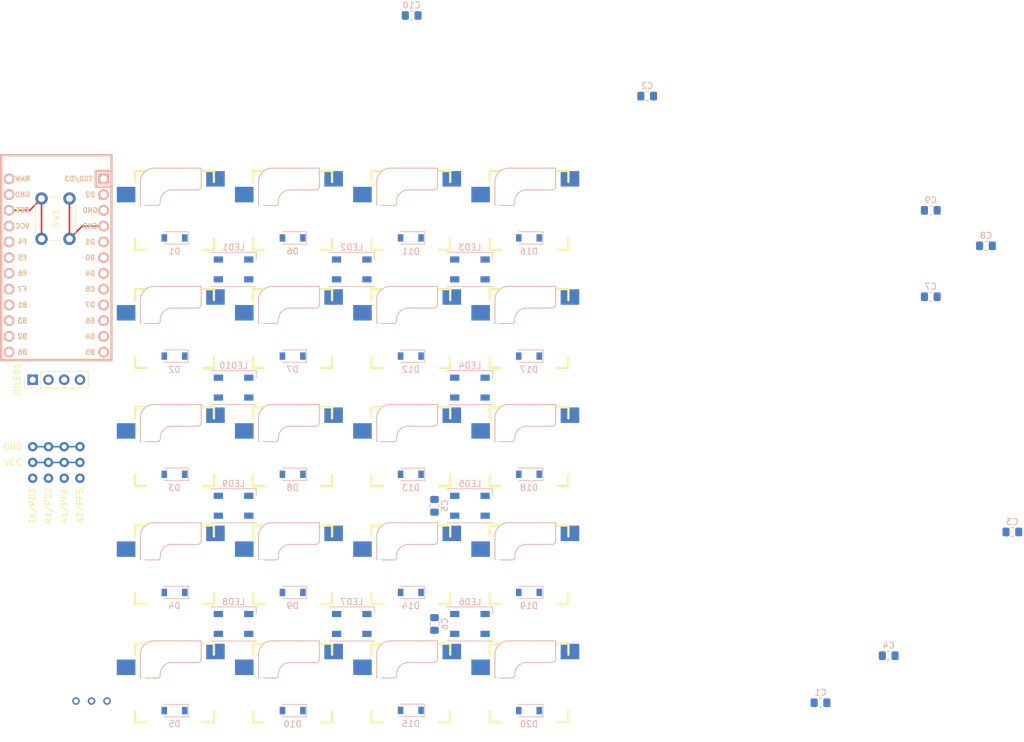
<source format=kicad_pcb>
(kicad_pcb (version 20171130) (host pcbnew 5.1.6)
  (layers (0 F.Cu signal) (31 B.Cu signal) (34 B.Paste user) (35 F.Paste user) (36 B.SilkS user) (37 F.SilkS user hide) (38 B.Mask user) (39 F.Mask user) (44 Edge.Cuts user))
  (net 0 "")
  (net 1 GND)
  (net 2 VCC)
  (net 3 "Net-(D1-Pad2)")
  (net 4 "Net-(D2-Pad2)")
  (net 5 "Net-(D3-Pad2)")
  (net 6 "Net-(D4-Pad2)")
  (net 7 "Net-(D5-Pad2)")
  (net 8 "Net-(D6-Pad2)")
  (net 9 "Net-(D7-Pad2)")
  (net 10 "Net-(D8-Pad2)")
  (net 11 "Net-(D9-Pad2)")
  (net 12 "Net-(D10-Pad2)")
  (net 13 "Net-(D11-Pad2)")
  (net 14 "Net-(D12-Pad2)")
  (net 15 "Net-(D13-Pad2)")
  (net 16 "Net-(D14-Pad2)")
  (net 17 "Net-(D15-Pad2)")
  (net 18 "Net-(D16-Pad2)")
  (net 19 ROW0)
  (net 20 "Net-(D17-Pad2)")
  (net 21 ROW1)
  (net 22 "Net-(D18-Pad2)")
  (net 23 ROW2)
  (net 24 "Net-(D19-Pad2)")
  (net 25 ROW3)
  (net 26 "Net-(D20-Pad2)")
  (net 27 ROW4)
  (net 28 SDA)
  (net 29 SCL)
  (net 30 COL0)
  (net 31 COL1)
  (net 32 COL2)
  (net 33 "Net-(K16-Pad1)")
  (net 34 COL3)
  (net 35 "Net-(LED1-Pad2)")
  (net 36 LEDs)
  (net 37 "Net-(LED2-Pad2)")
  (net 38 "Net-(LED3-Pad2)")
  (net 39 "Net-(LED4-Pad2)")
  (net 40 "Net-(LED5-Pad2)")
  (net 41 "Net-(LED6-Pad2)")
  (net 42 "Net-(LED7-Pad2)")
  (net 43 "Net-(LED8-Pad2)")
  (net 44 RST)
  (net 45 PF7)
  (net 46 "Net-(U1-Pad24)")
  (net 47 TX)
  (net 48 RX)
  (net 49 IR)
  (net 50 A1)
  (net 51 A2)
  (net 52 "Net-(LED10-Pad4)")
  (net 53 "Net-(LED10-Pad2)")
  (module IR-Sensor:TSOP-382 (layer F.Cu) (at 100.965 139.065)
    (fp_text reference U2 (at 0 0) (layer F.SilkS) (effects (font (size 0.787402 0.787402) (thickness 0.015))))
    (fp_text value IR-Sensor)
    (pad VS thru_hole circle (at 5 1) (size 1.208 1.208) (drill 0.7) (layers *.Cu *.Mask) (net 2 VCC))
    (pad GND thru_hole circle (at 2.5 1) (size 1.208 1.208) (drill 0.7) (layers *.Cu *.Mask) (net 1 GND))
    (pad OUT thru_hole circle (at 0 1) (size 1.208 1.208) (drill 0.7) (layers *.Cu *.Mask) (net 49 IR))
  )
  (module Footprints:LED_WS2812B_PLCC4_5.0x5.0mm_P3.2mm (layer B.Cu) (at 126.365 89.535)
    (fp_text reference LED10 (at 0 -3.556) (layer B.SilkS) (effects (justify mirror)))
    (fp_text value WS2812B)
    (pad 1 smd rect (at -2.45 1.6) (size 1.5 1) (layers B.Cu B.Paste B.Mask) (net 2 VCC))
    (pad 2 smd rect (at -2.45 -1.6) (size 1.5 1) (layers B.Cu B.Paste B.Mask) (net 53 "Net-(LED10-Pad2)"))
    (pad 4 smd rect (at 2.45 1.6) (size 1.5 1) (layers B.Cu B.Paste B.Mask) (net 52 "Net-(LED10-Pad4)"))
    (pad 3 smd rect (at 2.45 -1.6) (size 1.5 1) (layers B.Cu B.Paste B.Mask) (net 1 GND))
  )
  (module Footprints:C_0805_2012Metric_Pad1.15x1.40mm_HandSolder (layer B.Cu) (at 155.075001 29.550001)
    (fp_text reference C10 (at 0 -1.651) (layer B.SilkS) (effects (justify mirror)))
    (fp_text value 104)
    (pad 1 smd roundrect (at -1.025 0) (size 1.15 1.4) (layers B.Cu B.Paste B.Mask) (roundrect_rratio 0.217391) (net 1 GND))
    (pad 2 smd roundrect (at 1.025 0) (size 1.15 1.4) (layers B.Cu B.Paste B.Mask) (roundrect_rratio 0.217391) (net 2 VCC))
  )
  (module Footprints:Expansion-Pins (layer F.Cu) (at 93.98 104.14)
    (fp_text reference J2 hide)
    (fp_text value Expansion-Connector)
    (fp_text user A1/PF6 (at 5.08 4.445 90) (layer F.SilkS))
    (fp_text user A2/PF5 (at 7.62 4.445 90) (layer F.SilkS))
    (fp_text user RX/PD2 (at 2.54 4.445 90) (layer F.SilkS))
    (fp_text user TX/PD3 (at 0 4.445 270) (layer F.SilkS))
    (fp_text user GND (at -3.175 -5.08) (layer F.SilkS))
    (fp_text user VCC (at -3.175 -2.54) (layer F.SilkS))
    (pad 12 thru_hole circle (at 7.62 -5.08) (size 1.524 1.524) (drill 0.762) (layers *.Cu *.Mask) (net 2 VCC))
    (pad 11 thru_hole circle (at 5.08 -5.08) (size 1.524 1.524) (drill 0.762) (layers *.Cu *.Mask) (net 2 VCC))
    (pad 10 thru_hole circle (at 2.54 -5.08) (size 1.524 1.524) (drill 0.762) (layers *.Cu *.Mask) (net 2 VCC))
    (pad 5 thru_hole circle (at 0 -2.54) (size 1.524 1.524) (drill 0.762) (layers *.Cu *.Mask) (net 1 GND))
    (pad 9 thru_hole circle (at 0 -5.08) (size 1.524 1.524) (drill 0.762) (layers *.Cu *.Mask) (net 2 VCC))
    (pad 6 thru_hole circle (at 2.54 -2.54) (size 1.524 1.524) (drill 0.762) (layers *.Cu *.Mask) (net 1 GND))
    (pad 7 thru_hole circle (at 5.08 -2.54) (size 1.524 1.524) (drill 0.762) (layers *.Cu *.Mask) (net 1 GND))
    (pad 8 thru_hole circle (at 7.62 -2.54) (size 1.524 1.524) (drill 0.762) (layers *.Cu *.Mask) (net 1 GND))
    (pad 4 thru_hole circle (at 7.62 0) (size 1.524 1.524) (drill 0.762) (layers *.Cu *.Mask) (net 51 A2))
    (pad 3 thru_hole circle (at 5.08 0) (size 1.524 1.524) (drill 0.762) (layers *.Cu *.Mask) (net 50 A1))
    (pad 2 thru_hole circle (at 2.54 0) (size 1.524 1.524) (drill 0.762) (layers *.Cu *.Mask) (net 48 RX))
    (pad 1 thru_hole circle (at 0 0) (size 1.524 1.524) (drill 0.762) (layers *.Cu *.Mask) (net 47 TX))
  )
  (module Footprints:C_0805_2012Metric_Pad1.15x1.40mm_HandSolder (layer B.Cu) (at 220.98 140.335)
    (fp_text reference C1 (at 0 -1.651) (layer B.SilkS) (effects (justify mirror)))
    (fp_text value 104)
    (pad 1 smd roundrect (at -1.025 0) (size 1.15 1.4) (layers B.Cu B.Paste B.Mask) (roundrect_rratio 0.217391) (net 1 GND))
    (pad 2 smd roundrect (at 1.025 0) (size 1.15 1.4) (layers B.Cu B.Paste B.Mask) (roundrect_rratio 0.217391) (net 2 VCC))
  )
  (module Footprints:ArduinoProMicro (layer B.Cu) (at 97.79 69.85 270)
    (fp_text reference U1 hide)
    (fp_text value ProMicro hide)
    (fp_text user D2 (at -11.43 -5.461) (layer F.SilkS) (effects (font (size 0.8 0.8))))
    (fp_text user D0 (at -1.27 -5.461) (layer F.SilkS) (effects (font (size 0.8 0.8))))
    (fp_text user D1 (at -3.81 -5.461) (layer F.SilkS) (effects (font (size 0.8 0.8))))
    (fp_text user GND (at -6.35 -5.461) (layer F.SilkS) (effects (font (size 0.8 0.8))))
    (fp_text user GND (at -8.89 -5.461) (layer F.SilkS) (effects (font (size 0.8 0.8))))
    (fp_text user D4 (at 1.27 -5.461) (layer F.SilkS) (effects (font (size 0.8 0.8))))
    (fp_text user C6 (at 3.81 -5.461) (layer F.SilkS) (effects (font (size 0.8 0.8))))
    (fp_text user D7 (at 6.35 -5.461) (layer F.SilkS) (effects (font (size 0.8 0.8))))
    (fp_text user E6 (at 8.89 -5.461) (layer F.SilkS) (effects (font (size 0.8 0.8))))
    (fp_text user B4 (at 11.43 -5.461) (layer F.SilkS) (effects (font (size 0.8 0.8))))
    (fp_text user B5 (at 13.97 -5.461) (layer F.SilkS) (effects (font (size 0.8 0.8))))
    (fp_text user B6 (at 13.97 5.461) (layer F.SilkS) (effects (font (size 0.8 0.8))))
    (fp_text user B2 (at 11.43 5.461) (layer B.SilkS) (effects (font (size 0.8 0.8)) (justify mirror)))
    (fp_text user B3 (at 8.89 5.461) (layer F.SilkS) (effects (font (size 0.8 0.8))))
    (fp_text user B1 (at 6.35 5.461) (layer F.SilkS) (effects (font (size 0.8 0.8))))
    (fp_text user F7 (at 3.81 5.461) (layer B.SilkS) (effects (font (size 0.8 0.8)) (justify mirror)))
    (fp_text user F6 (at 1.27 5.461) (layer B.SilkS) (effects (font (size 0.8 0.8)) (justify mirror)))
    (fp_text user F5 (at -1.27 5.461) (layer B.SilkS) (effects (font (size 0.8 0.8)) (justify mirror)))
    (fp_text user F4 (at -3.81 5.461) (layer F.SilkS) (effects (font (size 0.8 0.8))))
    (fp_text user VCC (at -6.35 5.461) (layer F.SilkS) (effects (font (size 0.8 0.8))))
    (fp_text user GND (at -11.43 5.461) (layer F.SilkS) (effects (font (size 0.8 0.8))))
    (fp_text user RAW (at -13.97 5.461) (layer F.SilkS) (effects (font (size 0.8 0.8))))
    (fp_text user RAW (at -13.97 5.461) (layer B.SilkS) (effects (font (size 0.8 0.8)) (justify mirror)))
    (fp_text user GND (at -11.43 5.461) (layer B.SilkS) (effects (font (size 0.8 0.8)) (justify mirror)))
    (fp_text user ST (at -8.92 5.73312) (layer B.SilkS) (effects (font (size 0.8 0.8)) (justify mirror)))
    (fp_text user VCC (at -6.35 5.461) (layer B.SilkS) (effects (font (size 0.8 0.8)) (justify mirror)))
    (fp_text user F4 (at -3.81 5.461) (layer B.SilkS) (effects (font (size 0.8 0.8)) (justify mirror)))
    (fp_text user F5 (at -1.27 5.461) (layer F.SilkS) (effects (font (size 0.8 0.8))))
    (fp_text user F6 (at 1.27 5.461) (layer F.SilkS) (effects (font (size 0.8 0.8))))
    (fp_text user F7 (at 3.81 5.461) (layer F.SilkS) (effects (font (size 0.8 0.8))))
    (fp_text user B1 (at 6.35 5.461) (layer B.SilkS) (effects (font (size 0.8 0.8)) (justify mirror)))
    (fp_text user B3 (at 8.89 5.461) (layer B.SilkS) (effects (font (size 0.8 0.8)) (justify mirror)))
    (fp_text user B2 (at 11.43 5.461) (layer F.SilkS) (effects (font (size 0.8 0.8))))
    (fp_text user B6 (at 13.97 5.461) (layer B.SilkS) (effects (font (size 0.8 0.8)) (justify mirror)))
    (fp_text user B5 (at 13.97 -5.461) (layer B.SilkS) (effects (font (size 0.8 0.8)) (justify mirror)))
    (fp_text user B4 (at 11.43 -5.461) (layer B.SilkS) (effects (font (size 0.8 0.8)) (justify mirror)))
    (fp_text user E6 (at 8.89 -5.461) (layer B.SilkS) (effects (font (size 0.8 0.8)) (justify mirror)))
    (fp_text user D7 (at 6.35 -5.461) (layer B.SilkS) (effects (font (size 0.8 0.8)) (justify mirror)))
    (fp_text user C6 (at 3.81 -5.461) (layer B.SilkS) (effects (font (size 0.8 0.8)) (justify mirror)))
    (fp_text user D4 (at 1.27 -5.461) (layer B.SilkS) (effects (font (size 0.8 0.8)) (justify mirror)))
    (fp_text user GND (at -8.89 -5.461) (layer B.SilkS) (effects (font (size 0.8 0.8)) (justify mirror)))
    (fp_text user GND (at -6.35 -5.461) (layer B.SilkS) (effects (font (size 0.8 0.8)) (justify mirror)))
    (fp_text user D1 (at -3.81 -5.461) (layer B.SilkS) (effects (font (size 0.8 0.8)) (justify mirror)))
    (fp_text user D0 (at -1.27 -5.461) (layer B.SilkS) (effects (font (size 0.8 0.8)) (justify mirror)))
    (fp_text user D2 (at -11.43 -5.461) (layer B.SilkS) (effects (font (size 0.8 0.8)) (justify mirror)))
    (fp_text user TX0/D3 (at -13.97 -3.571872) (layer F.SilkS) (effects (font (size 0.8 0.8))))
    (fp_text user TX0/D3 (at -13.97 -3.571872) (layer B.SilkS) (effects (font (size 0.8 0.8)) (justify mirror)))
    (fp_text user ST (at -8.91 5.04) (layer F.SilkS) (effects (font (size 0.8 0.8))))
    (pad 1 thru_hole rect (at -13.97 -7.62 270) (size 1.7526 1.7526) (drill 1.0922) (layers *.Cu *.SilkS *.Mask) (net 47 TX))
    (pad 2 thru_hole circle (at -11.43 -7.62 270) (size 1.7526 1.7526) (drill 1.0922) (layers *.Cu *.SilkS *.Mask) (net 48 RX))
    (pad 3 thru_hole circle (at -8.89 -7.62 270) (size 1.7526 1.7526) (drill 1.0922) (layers *.Cu *.SilkS *.Mask) (net 1 GND))
    (pad 4 thru_hole circle (at -6.35 -7.62 270) (size 1.7526 1.7526) (drill 1.0922) (layers *.Cu *.SilkS *.Mask) (net 1 GND))
    (pad 5 thru_hole circle (at -3.81 -7.62 270) (size 1.7526 1.7526) (drill 1.0922) (layers *.Cu *.SilkS *.Mask) (net 28 SDA))
    (pad 6 thru_hole circle (at -1.27 -7.62 270) (size 1.7526 1.7526) (drill 1.0922) (layers *.Cu *.SilkS *.Mask) (net 29 SCL))
    (pad 7 thru_hole circle (at 1.27 -7.62 270) (size 1.7526 1.7526) (drill 1.0922) (layers *.Cu *.SilkS *.Mask) (net 49 IR))
    (pad 8 thru_hole circle (at 3.81 -7.62 270) (size 1.7526 1.7526) (drill 1.0922) (layers *.Cu *.SilkS *.Mask) (net 19 ROW0))
    (pad 9 thru_hole circle (at 6.35 -7.62 270) (size 1.7526 1.7526) (drill 1.0922) (layers *.Cu *.SilkS *.Mask) (net 21 ROW1))
    (pad 10 thru_hole circle (at 8.89 -7.62 270) (size 1.7526 1.7526) (drill 1.0922) (layers *.Cu *.SilkS *.Mask) (net 23 ROW2))
    (pad 11 thru_hole circle (at 11.43 -7.62 270) (size 1.7526 1.7526) (drill 1.0922) (layers *.Cu *.SilkS *.Mask) (net 25 ROW3))
    (pad 13 thru_hole circle (at 13.97 7.62 270) (size 1.7526 1.7526) (drill 1.0922) (layers *.Cu *.SilkS *.Mask) (net 34 COL3))
    (pad 14 thru_hole circle (at 11.43 7.62 270) (size 1.7526 1.7526) (drill 1.0922) (layers *.Cu *.SilkS *.Mask) (net 32 COL2))
    (pad 15 thru_hole circle (at 8.89 7.62 270) (size 1.7526 1.7526) (drill 1.0922) (layers *.Cu *.SilkS *.Mask) (net 31 COL1))
    (pad 16 thru_hole circle (at 6.35 7.62 270) (size 1.7526 1.7526) (drill 1.0922) (layers *.Cu *.SilkS *.Mask) (net 30 COL0))
    (pad 17 thru_hole circle (at 3.81 7.62 270) (size 1.7526 1.7526) (drill 1.0922) (layers *.Cu *.SilkS *.Mask) (net 45 PF7))
    (pad 18 thru_hole circle (at 1.27 7.62 270) (size 1.7526 1.7526) (drill 1.0922) (layers *.Cu *.SilkS *.Mask) (net 50 A1))
    (pad 19 thru_hole circle (at -1.27 7.62 270) (size 1.7526 1.7526) (drill 1.0922) (layers *.Cu *.SilkS *.Mask) (net 51 A2))
    (pad 20 thru_hole circle (at -3.81 7.62 270) (size 1.7526 1.7526) (drill 1.0922) (layers *.Cu *.SilkS *.Mask) (net 36 LEDs))
    (pad 21 thru_hole circle (at -6.35 7.62 270) (size 1.7526 1.7526) (drill 1.0922) (layers *.Cu *.SilkS *.Mask) (net 2 VCC))
    (pad 22 thru_hole circle (at -8.89 7.62 270) (size 1.7526 1.7526) (drill 1.0922) (layers *.Cu *.SilkS *.Mask) (net 44 RST))
    (pad 23 thru_hole circle (at -11.43 7.62 270) (size 1.7526 1.7526) (drill 1.0922) (layers *.Cu *.SilkS *.Mask) (net 1 GND))
    (pad 12 thru_hole circle (at 13.97 -7.62 270) (size 1.7526 1.7526) (drill 1.0922) (layers *.Cu *.SilkS *.Mask) (net 27 ROW4))
    (pad 24 thru_hole circle (at -13.97 7.62 270) (size 1.7526 1.7526) (drill 1.0922) (layers *.Cu *.SilkS *.Mask) (net 46 "Net-(U1-Pad24)"))
  )
  (module Footprints:SW_PUSH_6mm (layer F.Cu) (at 99.90748 59.055 270)
    (fp_text reference SW1 (at 3.175 2.159 90) (layer F.SilkS))
    (fp_text value SW_Push)
    (pad 1 thru_hole circle (at 6.5 0) (size 2 2) (drill 1.1) (layers *.Cu *.Mask) (net 1 GND))
    (pad 2 thru_hole circle (at 6.5 4.5) (size 2 2) (drill 1.1) (layers *.Cu *.Mask) (net 44 RST))
    (pad 1 thru_hole circle (at 0 0) (size 2 2) (drill 1.1) (layers *.Cu *.Mask) (net 1 GND))
    (pad 2 thru_hole circle (at 0 4.5) (size 2 2) (drill 1.1) (layers *.Cu *.Mask) (net 44 RST))
  )
  (module Footprints:LED_WS2812B_PLCC4_5.0x5.0mm_P3.2mm (layer B.Cu) (at 126.365 108.585)
    (fp_text reference LED9 (at 0 -3.556) (layer B.SilkS) (effects (justify mirror)))
    (fp_text value WS2812B)
    (pad 1 smd rect (at -2.45 1.6) (size 1.5 1) (layers B.Cu B.Paste B.Mask) (net 2 VCC))
    (pad 2 smd rect (at -2.45 -1.6) (size 1.5 1) (layers B.Cu B.Paste B.Mask) (net 52 "Net-(LED10-Pad4)"))
    (pad 4 smd rect (at 2.45 1.6) (size 1.5 1) (layers B.Cu B.Paste B.Mask) (net 43 "Net-(LED8-Pad2)"))
    (pad 3 smd rect (at 2.45 -1.6) (size 1.5 1) (layers B.Cu B.Paste B.Mask) (net 1 GND))
  )
  (module Footprints:LED_WS2812B_PLCC4_5.0x5.0mm_P3.2mm (layer B.Cu) (at 126.365 127.635)
    (fp_text reference LED8 (at 0 -3.556) (layer B.SilkS) (effects (justify mirror)))
    (fp_text value WS2812B)
    (pad 1 smd rect (at -2.45 1.6) (size 1.5 1) (layers B.Cu B.Paste B.Mask) (net 2 VCC))
    (pad 2 smd rect (at -2.45 -1.6) (size 1.5 1) (layers B.Cu B.Paste B.Mask) (net 43 "Net-(LED8-Pad2)"))
    (pad 4 smd rect (at 2.45 1.6) (size 1.5 1) (layers B.Cu B.Paste B.Mask) (net 42 "Net-(LED7-Pad2)"))
    (pad 3 smd rect (at 2.45 -1.6) (size 1.5 1) (layers B.Cu B.Paste B.Mask) (net 1 GND))
  )
  (module Footprints:LED_WS2812B_PLCC4_5.0x5.0mm_P3.2mm (layer B.Cu) (at 145.415 127.635)
    (fp_text reference LED7 (at 0 -3.556) (layer B.SilkS) (effects (justify mirror)))
    (fp_text value WS2812B)
    (pad 1 smd rect (at -2.45 1.6) (size 1.5 1) (layers B.Cu B.Paste B.Mask) (net 2 VCC))
    (pad 2 smd rect (at -2.45 -1.6) (size 1.5 1) (layers B.Cu B.Paste B.Mask) (net 42 "Net-(LED7-Pad2)"))
    (pad 4 smd rect (at 2.45 1.6) (size 1.5 1) (layers B.Cu B.Paste B.Mask) (net 41 "Net-(LED6-Pad2)"))
    (pad 3 smd rect (at 2.45 -1.6) (size 1.5 1) (layers B.Cu B.Paste B.Mask) (net 1 GND))
  )
  (module Footprints:LED_WS2812B_PLCC4_5.0x5.0mm_P3.2mm (layer B.Cu) (at 164.465 127.635)
    (fp_text reference LED6 (at 0 -3.556) (layer B.SilkS) (effects (justify mirror)))
    (fp_text value WS2812B)
    (pad 1 smd rect (at -2.45 1.6) (size 1.5 1) (layers B.Cu B.Paste B.Mask) (net 2 VCC))
    (pad 2 smd rect (at -2.45 -1.6) (size 1.5 1) (layers B.Cu B.Paste B.Mask) (net 41 "Net-(LED6-Pad2)"))
    (pad 4 smd rect (at 2.45 1.6) (size 1.5 1) (layers B.Cu B.Paste B.Mask) (net 40 "Net-(LED5-Pad2)"))
    (pad 3 smd rect (at 2.45 -1.6) (size 1.5 1) (layers B.Cu B.Paste B.Mask) (net 1 GND))
  )
  (module Footprints:LED_WS2812B_PLCC4_5.0x5.0mm_P3.2mm (layer B.Cu) (at 164.465 108.585)
    (fp_text reference LED5 (at 0 -3.556) (layer B.SilkS) (effects (justify mirror)))
    (fp_text value WS2812B)
    (pad 1 smd rect (at -2.45 1.6) (size 1.5 1) (layers B.Cu B.Paste B.Mask) (net 2 VCC))
    (pad 2 smd rect (at -2.45 -1.6) (size 1.5 1) (layers B.Cu B.Paste B.Mask) (net 40 "Net-(LED5-Pad2)"))
    (pad 4 smd rect (at 2.45 1.6) (size 1.5 1) (layers B.Cu B.Paste B.Mask) (net 39 "Net-(LED4-Pad2)"))
    (pad 3 smd rect (at 2.45 -1.6) (size 1.5 1) (layers B.Cu B.Paste B.Mask) (net 1 GND))
  )
  (module Footprints:LED_WS2812B_PLCC4_5.0x5.0mm_P3.2mm (layer B.Cu) (at 164.465 89.535)
    (fp_text reference LED4 (at 0 -3.556) (layer B.SilkS) (effects (justify mirror)))
    (fp_text value WS2812B)
    (pad 1 smd rect (at -2.45 1.6) (size 1.5 1) (layers B.Cu B.Paste B.Mask) (net 2 VCC))
    (pad 2 smd rect (at -2.45 -1.6) (size 1.5 1) (layers B.Cu B.Paste B.Mask) (net 39 "Net-(LED4-Pad2)"))
    (pad 4 smd rect (at 2.45 1.6) (size 1.5 1) (layers B.Cu B.Paste B.Mask) (net 38 "Net-(LED3-Pad2)"))
    (pad 3 smd rect (at 2.45 -1.6) (size 1.5 1) (layers B.Cu B.Paste B.Mask) (net 1 GND))
  )
  (module Footprints:LED_WS2812B_PLCC4_5.0x5.0mm_P3.2mm (layer B.Cu) (at 164.465 70.485)
    (fp_text reference LED3 (at 0 -3.556) (layer B.SilkS) (effects (justify mirror)))
    (fp_text value WS2812B)
    (pad 1 smd rect (at -2.45 1.6) (size 1.5 1) (layers B.Cu B.Paste B.Mask) (net 2 VCC))
    (pad 2 smd rect (at -2.45 -1.6) (size 1.5 1) (layers B.Cu B.Paste B.Mask) (net 38 "Net-(LED3-Pad2)"))
    (pad 4 smd rect (at 2.45 1.6) (size 1.5 1) (layers B.Cu B.Paste B.Mask) (net 37 "Net-(LED2-Pad2)"))
    (pad 3 smd rect (at 2.45 -1.6) (size 1.5 1) (layers B.Cu B.Paste B.Mask) (net 1 GND))
  )
  (module Footprints:LED_WS2812B_PLCC4_5.0x5.0mm_P3.2mm (layer B.Cu) (at 145.415 70.485)
    (fp_text reference LED2 (at 0 -3.556) (layer B.SilkS) (effects (justify mirror)))
    (fp_text value WS2812B)
    (pad 1 smd rect (at -2.45 1.6) (size 1.5 1) (layers B.Cu B.Paste B.Mask) (net 2 VCC))
    (pad 2 smd rect (at -2.45 -1.6) (size 1.5 1) (layers B.Cu B.Paste B.Mask) (net 37 "Net-(LED2-Pad2)"))
    (pad 4 smd rect (at 2.45 1.6) (size 1.5 1) (layers B.Cu B.Paste B.Mask) (net 35 "Net-(LED1-Pad2)"))
    (pad 3 smd rect (at 2.45 -1.6) (size 1.5 1) (layers B.Cu B.Paste B.Mask) (net 1 GND))
  )
  (module Footprints:LED_WS2812B_PLCC4_5.0x5.0mm_P3.2mm (layer B.Cu) (at 126.365 70.485)
    (fp_text reference LED1 (at 0 -3.556) (layer B.SilkS) (effects (justify mirror)))
    (fp_text value WS2812B)
    (pad 1 smd rect (at -2.45 1.6) (size 1.5 1) (layers B.Cu B.Paste B.Mask) (net 2 VCC))
    (pad 2 smd rect (at -2.45 -1.6) (size 1.5 1) (layers B.Cu B.Paste B.Mask) (net 35 "Net-(LED1-Pad2)"))
    (pad 4 smd rect (at 2.45 1.6) (size 1.5 1) (layers B.Cu B.Paste B.Mask) (net 36 LEDs))
    (pad 3 smd rect (at 2.45 -1.6) (size 1.5 1) (layers B.Cu B.Paste B.Mask) (net 1 GND))
  )
  (module Footprints:Kailh-PCB-Socket-1U-Cutout (layer F.Cu) (at 173.99 137.16)
    (fp_text reference K20 hide)
    (fp_text value KEYSW hide)
    (pad "" np_thru_hole circle (at 0 0) (size 3.9878 3.9878) (drill 3.9878) (layers *.Cu *.Mask))
    (pad "" np_thru_hole circle (at -5.08 0) (size 1.7018 1.7018) (drill 1.7018) (layers *.Cu *.Mask))
    (pad "" np_thru_hole circle (at 5.08 0) (size 1.7018 1.7018) (drill 1.7018) (layers *.Cu *.Mask))
    (pad "" np_thru_hole circle (at 2.54 -5.08) (size 3 3) (drill 3) (layers *.Cu *.Mask))
    (pad "" np_thru_hole circle (at -3.81 -2.54) (size 3 3) (drill 3) (layers *.Cu *.Mask))
    (pad 1 smd rect (at 6.6 -5.08) (size 3 2.5) (layers B.Cu B.Paste B.Mask) (net 33 "Net-(K16-Pad1)"))
    (pad 2 smd rect (at -7.8 -2.54) (size 3 2.5) (layers B.Cu B.Paste B.Mask) (net 26 "Net-(D20-Pad2)"))
  )
  (module Footprints:Kailh-PCB-Socket-1U-Cutout (layer F.Cu) (at 173.99 118.11)
    (fp_text reference K19 hide)
    (fp_text value KEYSW hide)
    (pad "" np_thru_hole circle (at 0 0) (size 3.9878 3.9878) (drill 3.9878) (layers *.Cu *.Mask))
    (pad "" np_thru_hole circle (at -5.08 0) (size 1.7018 1.7018) (drill 1.7018) (layers *.Cu *.Mask))
    (pad "" np_thru_hole circle (at 5.08 0) (size 1.7018 1.7018) (drill 1.7018) (layers *.Cu *.Mask))
    (pad "" np_thru_hole circle (at 2.54 -5.08) (size 3 3) (drill 3) (layers *.Cu *.Mask))
    (pad "" np_thru_hole circle (at -3.81 -2.54) (size 3 3) (drill 3) (layers *.Cu *.Mask))
    (pad 1 smd rect (at 6.6 -5.08) (size 3 2.5) (layers B.Cu B.Paste B.Mask) (net 33 "Net-(K16-Pad1)"))
    (pad 2 smd rect (at -7.8 -2.54) (size 3 2.5) (layers B.Cu B.Paste B.Mask) (net 24 "Net-(D19-Pad2)"))
  )
  (module Footprints:Kailh-PCB-Socket-1U-Cutout (layer F.Cu) (at 173.99 99.06)
    (fp_text reference K18 hide)
    (fp_text value KEYSW hide)
    (pad "" np_thru_hole circle (at 0 0) (size 3.9878 3.9878) (drill 3.9878) (layers *.Cu *.Mask))
    (pad "" np_thru_hole circle (at -5.08 0) (size 1.7018 1.7018) (drill 1.7018) (layers *.Cu *.Mask))
    (pad "" np_thru_hole circle (at 5.08 0) (size 1.7018 1.7018) (drill 1.7018) (layers *.Cu *.Mask))
    (pad "" np_thru_hole circle (at 2.54 -5.08) (size 3 3) (drill 3) (layers *.Cu *.Mask))
    (pad "" np_thru_hole circle (at -3.81 -2.54) (size 3 3) (drill 3) (layers *.Cu *.Mask))
    (pad 1 smd rect (at 6.6 -5.08) (size 3 2.5) (layers B.Cu B.Paste B.Mask) (net 33 "Net-(K16-Pad1)"))
    (pad 2 smd rect (at -7.8 -2.54) (size 3 2.5) (layers B.Cu B.Paste B.Mask) (net 22 "Net-(D18-Pad2)"))
  )
  (module Footprints:Kailh-PCB-Socket-1U-Cutout (layer F.Cu) (at 173.99 80.01)
    (fp_text reference K17 hide)
    (fp_text value KEYSW-canadian_parts-yampad_v2-rescue hide)
    (pad "" np_thru_hole circle (at 0 0) (size 3.9878 3.9878) (drill 3.9878) (layers *.Cu *.Mask))
    (pad "" np_thru_hole circle (at -5.08 0) (size 1.7018 1.7018) (drill 1.7018) (layers *.Cu *.Mask))
    (pad "" np_thru_hole circle (at 5.08 0) (size 1.7018 1.7018) (drill 1.7018) (layers *.Cu *.Mask))
    (pad "" np_thru_hole circle (at 2.54 -5.08) (size 3 3) (drill 3) (layers *.Cu *.Mask))
    (pad "" np_thru_hole circle (at -3.81 -2.54) (size 3 3) (drill 3) (layers *.Cu *.Mask))
    (pad 1 smd rect (at 6.6 -5.08) (size 3 2.5) (layers B.Cu B.Paste B.Mask) (net 33 "Net-(K16-Pad1)"))
    (pad 2 smd rect (at -7.8 -2.54) (size 3 2.5) (layers B.Cu B.Paste B.Mask) (net 20 "Net-(D17-Pad2)"))
  )
  (module Footprints:Kailh-PCB-Socket-1U-Cutout (layer F.Cu) (at 173.99 60.96)
    (fp_text reference K16 hide)
    (fp_text value KEYSW-canadian_parts-yampad_v2-rescue hide)
    (pad "" np_thru_hole circle (at 0 0) (size 3.9878 3.9878) (drill 3.9878) (layers *.Cu *.Mask))
    (pad "" np_thru_hole circle (at -5.08 0) (size 1.7018 1.7018) (drill 1.7018) (layers *.Cu *.Mask))
    (pad "" np_thru_hole circle (at 5.08 0) (size 1.7018 1.7018) (drill 1.7018) (layers *.Cu *.Mask))
    (pad "" np_thru_hole circle (at 2.54 -5.08) (size 3 3) (drill 3) (layers *.Cu *.Mask))
    (pad "" np_thru_hole circle (at -3.81 -2.54) (size 3 3) (drill 3) (layers *.Cu *.Mask))
    (pad 1 smd rect (at 6.6 -5.08) (size 3 2.5) (layers B.Cu B.Paste B.Mask) (net 33 "Net-(K16-Pad1)"))
    (pad 2 smd rect (at -7.8 -2.54) (size 3 2.5) (layers B.Cu B.Paste B.Mask) (net 18 "Net-(D16-Pad2)"))
  )
  (module Footprints:Kailh-PCB-Socket-1U-Cutout (layer F.Cu) (at 154.94 137.16)
    (fp_text reference K15 hide)
    (fp_text value KEYSW hide)
    (pad "" np_thru_hole circle (at 0 0) (size 3.9878 3.9878) (drill 3.9878) (layers *.Cu *.Mask))
    (pad "" np_thru_hole circle (at -5.08 0) (size 1.7018 1.7018) (drill 1.7018) (layers *.Cu *.Mask))
    (pad "" np_thru_hole circle (at 5.08 0) (size 1.7018 1.7018) (drill 1.7018) (layers *.Cu *.Mask))
    (pad "" np_thru_hole circle (at 2.54 -5.08) (size 3 3) (drill 3) (layers *.Cu *.Mask))
    (pad "" np_thru_hole circle (at -3.81 -2.54) (size 3 3) (drill 3) (layers *.Cu *.Mask))
    (pad 1 smd rect (at 6.6 -5.08) (size 3 2.5) (layers B.Cu B.Paste B.Mask) (net 32 COL2))
    (pad 2 smd rect (at -7.8 -2.54) (size 3 2.5) (layers B.Cu B.Paste B.Mask) (net 17 "Net-(D15-Pad2)"))
  )
  (module Footprints:Kailh-PCB-Socket-1U-Cutout (layer F.Cu) (at 154.94 118.11)
    (fp_text reference K14 hide)
    (fp_text value KEYSW hide)
    (pad "" np_thru_hole circle (at 0 0) (size 3.9878 3.9878) (drill 3.9878) (layers *.Cu *.Mask))
    (pad "" np_thru_hole circle (at -5.08 0) (size 1.7018 1.7018) (drill 1.7018) (layers *.Cu *.Mask))
    (pad "" np_thru_hole circle (at 5.08 0) (size 1.7018 1.7018) (drill 1.7018) (layers *.Cu *.Mask))
    (pad "" np_thru_hole circle (at 2.54 -5.08) (size 3 3) (drill 3) (layers *.Cu *.Mask))
    (pad "" np_thru_hole circle (at -3.81 -2.54) (size 3 3) (drill 3) (layers *.Cu *.Mask))
    (pad 1 smd rect (at 6.6 -5.08) (size 3 2.5) (layers B.Cu B.Paste B.Mask) (net 32 COL2))
    (pad 2 smd rect (at -7.8 -2.54) (size 3 2.5) (layers B.Cu B.Paste B.Mask) (net 16 "Net-(D14-Pad2)"))
  )
  (module Footprints:Kailh-PCB-Socket-1U-Cutout (layer F.Cu) (at 154.94 99.06)
    (fp_text reference K13 hide)
    (fp_text value KEYSW hide)
    (pad "" np_thru_hole circle (at 0 0) (size 3.9878 3.9878) (drill 3.9878) (layers *.Cu *.Mask))
    (pad "" np_thru_hole circle (at -5.08 0) (size 1.7018 1.7018) (drill 1.7018) (layers *.Cu *.Mask))
    (pad "" np_thru_hole circle (at 5.08 0) (size 1.7018 1.7018) (drill 1.7018) (layers *.Cu *.Mask))
    (pad "" np_thru_hole circle (at 2.54 -5.08) (size 3 3) (drill 3) (layers *.Cu *.Mask))
    (pad "" np_thru_hole circle (at -3.81 -2.54) (size 3 3) (drill 3) (layers *.Cu *.Mask))
    (pad 1 smd rect (at 6.6 -5.08) (size 3 2.5) (layers B.Cu B.Paste B.Mask) (net 32 COL2))
    (pad 2 smd rect (at -7.8 -2.54) (size 3 2.5) (layers B.Cu B.Paste B.Mask) (net 15 "Net-(D13-Pad2)"))
  )
  (module Footprints:Kailh-PCB-Socket-1U-Cutout (layer F.Cu) (at 154.94 80.01)
    (fp_text reference K12 hide)
    (fp_text value KEYSW hide)
    (pad "" np_thru_hole circle (at 0 0) (size 3.9878 3.9878) (drill 3.9878) (layers *.Cu *.Mask))
    (pad "" np_thru_hole circle (at -5.08 0) (size 1.7018 1.7018) (drill 1.7018) (layers *.Cu *.Mask))
    (pad "" np_thru_hole circle (at 5.08 0) (size 1.7018 1.7018) (drill 1.7018) (layers *.Cu *.Mask))
    (pad "" np_thru_hole circle (at 2.54 -5.08) (size 3 3) (drill 3) (layers *.Cu *.Mask))
    (pad "" np_thru_hole circle (at -3.81 -2.54) (size 3 3) (drill 3) (layers *.Cu *.Mask))
    (pad 1 smd rect (at 6.6 -5.08) (size 3 2.5) (layers B.Cu B.Paste B.Mask) (net 32 COL2))
    (pad 2 smd rect (at -7.8 -2.54) (size 3 2.5) (layers B.Cu B.Paste B.Mask) (net 14 "Net-(D12-Pad2)"))
  )
  (module Footprints:Kailh-PCB-Socket-1U-Cutout (layer F.Cu) (at 154.94 60.96)
    (fp_text reference K11 hide)
    (fp_text value KEYSW hide)
    (pad "" np_thru_hole circle (at 0 0) (size 3.9878 3.9878) (drill 3.9878) (layers *.Cu *.Mask))
    (pad "" np_thru_hole circle (at -5.08 0) (size 1.7018 1.7018) (drill 1.7018) (layers *.Cu *.Mask))
    (pad "" np_thru_hole circle (at 5.08 0) (size 1.7018 1.7018) (drill 1.7018) (layers *.Cu *.Mask))
    (pad "" np_thru_hole circle (at 2.54 -5.08) (size 3 3) (drill 3) (layers *.Cu *.Mask))
    (pad "" np_thru_hole circle (at -3.81 -2.54) (size 3 3) (drill 3) (layers *.Cu *.Mask))
    (pad 1 smd rect (at 6.6 -5.08) (size 3 2.5) (layers B.Cu B.Paste B.Mask) (net 32 COL2))
    (pad 2 smd rect (at -7.8 -2.54) (size 3 2.5) (layers B.Cu B.Paste B.Mask) (net 13 "Net-(D11-Pad2)"))
  )
  (module Footprints:Kailh-PCB-Socket-1U-Cutout (layer F.Cu) (at 135.89 137.16)
    (fp_text reference K10 hide)
    (fp_text value KEYSW hide)
    (pad "" np_thru_hole circle (at 0 0) (size 3.9878 3.9878) (drill 3.9878) (layers *.Cu *.Mask))
    (pad "" np_thru_hole circle (at -5.08 0) (size 1.7018 1.7018) (drill 1.7018) (layers *.Cu *.Mask))
    (pad "" np_thru_hole circle (at 5.08 0) (size 1.7018 1.7018) (drill 1.7018) (layers *.Cu *.Mask))
    (pad "" np_thru_hole circle (at 2.54 -5.08) (size 3 3) (drill 3) (layers *.Cu *.Mask))
    (pad "" np_thru_hole circle (at -3.81 -2.54) (size 3 3) (drill 3) (layers *.Cu *.Mask))
    (pad 1 smd rect (at 6.6 -5.08) (size 3 2.5) (layers B.Cu B.Paste B.Mask) (net 31 COL1))
    (pad 2 smd rect (at -7.8 -2.54) (size 3 2.5) (layers B.Cu B.Paste B.Mask) (net 12 "Net-(D10-Pad2)"))
  )
  (module Footprints:Kailh-PCB-Socket-1U-Cutout (layer F.Cu) (at 135.89 118.11)
    (fp_text reference K9 hide)
    (fp_text value KEYSW hide)
    (pad "" np_thru_hole circle (at 0 0) (size 3.9878 3.9878) (drill 3.9878) (layers *.Cu *.Mask))
    (pad "" np_thru_hole circle (at -5.08 0) (size 1.7018 1.7018) (drill 1.7018) (layers *.Cu *.Mask))
    (pad "" np_thru_hole circle (at 5.08 0) (size 1.7018 1.7018) (drill 1.7018) (layers *.Cu *.Mask))
    (pad "" np_thru_hole circle (at 2.54 -5.08) (size 3 3) (drill 3) (layers *.Cu *.Mask))
    (pad "" np_thru_hole circle (at -3.81 -2.54) (size 3 3) (drill 3) (layers *.Cu *.Mask))
    (pad 1 smd rect (at 6.6 -5.08) (size 3 2.5) (layers B.Cu B.Paste B.Mask) (net 31 COL1))
    (pad 2 smd rect (at -7.8 -2.54) (size 3 2.5) (layers B.Cu B.Paste B.Mask) (net 11 "Net-(D9-Pad2)"))
  )
  (module Footprints:Kailh-PCB-Socket-1U-Cutout (layer F.Cu) (at 135.89 99.06)
    (fp_text reference K8 hide)
    (fp_text value KEYSW hide)
    (pad "" np_thru_hole circle (at 0 0) (size 3.9878 3.9878) (drill 3.9878) (layers *.Cu *.Mask))
    (pad "" np_thru_hole circle (at -5.08 0) (size 1.7018 1.7018) (drill 1.7018) (layers *.Cu *.Mask))
    (pad "" np_thru_hole circle (at 5.08 0) (size 1.7018 1.7018) (drill 1.7018) (layers *.Cu *.Mask))
    (pad "" np_thru_hole circle (at 2.54 -5.08) (size 3 3) (drill 3) (layers *.Cu *.Mask))
    (pad "" np_thru_hole circle (at -3.81 -2.54) (size 3 3) (drill 3) (layers *.Cu *.Mask))
    (pad 1 smd rect (at 6.6 -5.08) (size 3 2.5) (layers B.Cu B.Paste B.Mask) (net 31 COL1))
    (pad 2 smd rect (at -7.8 -2.54) (size 3 2.5) (layers B.Cu B.Paste B.Mask) (net 10 "Net-(D8-Pad2)"))
  )
  (module Footprints:Kailh-PCB-Socket-1U-Cutout (layer F.Cu) (at 135.89 80.01)
    (fp_text reference K7 hide)
    (fp_text value KEYSW hide)
    (pad "" np_thru_hole circle (at 0 0) (size 3.9878 3.9878) (drill 3.9878) (layers *.Cu *.Mask))
    (pad "" np_thru_hole circle (at -5.08 0) (size 1.7018 1.7018) (drill 1.7018) (layers *.Cu *.Mask))
    (pad "" np_thru_hole circle (at 5.08 0) (size 1.7018 1.7018) (drill 1.7018) (layers *.Cu *.Mask))
    (pad "" np_thru_hole circle (at 2.54 -5.08) (size 3 3) (drill 3) (layers *.Cu *.Mask))
    (pad "" np_thru_hole circle (at -3.81 -2.54) (size 3 3) (drill 3) (layers *.Cu *.Mask))
    (pad 1 smd rect (at 6.6 -5.08) (size 3 2.5) (layers B.Cu B.Paste B.Mask) (net 31 COL1))
    (pad 2 smd rect (at -7.8 -2.54) (size 3 2.5) (layers B.Cu B.Paste B.Mask) (net 9 "Net-(D7-Pad2)"))
  )
  (module Footprints:Kailh-PCB-Socket-1U-Cutout (layer F.Cu) (at 135.89 60.96)
    (fp_text reference K6 hide)
    (fp_text value KEYSW hide)
    (pad "" np_thru_hole circle (at 0 0) (size 3.9878 3.9878) (drill 3.9878) (layers *.Cu *.Mask))
    (pad "" np_thru_hole circle (at -5.08 0) (size 1.7018 1.7018) (drill 1.7018) (layers *.Cu *.Mask))
    (pad "" np_thru_hole circle (at 5.08 0) (size 1.7018 1.7018) (drill 1.7018) (layers *.Cu *.Mask))
    (pad "" np_thru_hole circle (at 2.54 -5.08) (size 3 3) (drill 3) (layers *.Cu *.Mask))
    (pad "" np_thru_hole circle (at -3.81 -2.54) (size 3 3) (drill 3) (layers *.Cu *.Mask))
    (pad 1 smd rect (at 6.6 -5.08) (size 3 2.5) (layers B.Cu B.Paste B.Mask) (net 31 COL1))
    (pad 2 smd rect (at -7.8 -2.54) (size 3 2.5) (layers B.Cu B.Paste B.Mask) (net 8 "Net-(D6-Pad2)"))
  )
  (module Footprints:Kailh-PCB-Socket-1U-Cutout (layer F.Cu) (at 116.84 137.16)
    (fp_text reference K5 hide)
    (fp_text value KEYSW hide)
    (pad "" np_thru_hole circle (at 0 0) (size 3.9878 3.9878) (drill 3.9878) (layers *.Cu *.Mask))
    (pad "" np_thru_hole circle (at -5.08 0) (size 1.7018 1.7018) (drill 1.7018) (layers *.Cu *.Mask))
    (pad "" np_thru_hole circle (at 5.08 0) (size 1.7018 1.7018) (drill 1.7018) (layers *.Cu *.Mask))
    (pad "" np_thru_hole circle (at 2.54 -5.08) (size 3 3) (drill 3) (layers *.Cu *.Mask))
    (pad "" np_thru_hole circle (at -3.81 -2.54) (size 3 3) (drill 3) (layers *.Cu *.Mask))
    (pad 1 smd rect (at 6.6 -5.08) (size 3 2.5) (layers B.Cu B.Paste B.Mask) (net 30 COL0))
    (pad 2 smd rect (at -7.8 -2.54) (size 3 2.5) (layers B.Cu B.Paste B.Mask) (net 7 "Net-(D5-Pad2)"))
  )
  (module Footprints:Kailh-PCB-Socket-1U-Cutout (layer F.Cu) (at 116.84 118.11)
    (fp_text reference K4 hide)
    (fp_text value KEYSW hide)
    (pad "" np_thru_hole circle (at 0 0) (size 3.9878 3.9878) (drill 3.9878) (layers *.Cu *.Mask))
    (pad "" np_thru_hole circle (at -5.08 0) (size 1.7018 1.7018) (drill 1.7018) (layers *.Cu *.Mask))
    (pad "" np_thru_hole circle (at 5.08 0) (size 1.7018 1.7018) (drill 1.7018) (layers *.Cu *.Mask))
    (pad "" np_thru_hole circle (at 2.54 -5.08) (size 3 3) (drill 3) (layers *.Cu *.Mask))
    (pad "" np_thru_hole circle (at -3.81 -2.54) (size 3 3) (drill 3) (layers *.Cu *.Mask))
    (pad 1 smd rect (at 6.6 -5.08) (size 3 2.5) (layers B.Cu B.Paste B.Mask) (net 30 COL0))
    (pad 2 smd rect (at -7.8 -2.54) (size 3 2.5) (layers B.Cu B.Paste B.Mask) (net 6 "Net-(D4-Pad2)"))
  )
  (module Footprints:Kailh-PCB-Socket-1U-Cutout (layer F.Cu) (at 116.84 99.06)
    (fp_text reference K3 hide)
    (fp_text value KEYSW hide)
    (pad "" np_thru_hole circle (at 0 0) (size 3.9878 3.9878) (drill 3.9878) (layers *.Cu *.Mask))
    (pad "" np_thru_hole circle (at -5.08 0) (size 1.7018 1.7018) (drill 1.7018) (layers *.Cu *.Mask))
    (pad "" np_thru_hole circle (at 5.08 0) (size 1.7018 1.7018) (drill 1.7018) (layers *.Cu *.Mask))
    (pad "" np_thru_hole circle (at 2.54 -5.08) (size 3 3) (drill 3) (layers *.Cu *.Mask))
    (pad "" np_thru_hole circle (at -3.81 -2.54) (size 3 3) (drill 3) (layers *.Cu *.Mask))
    (pad 1 smd rect (at 6.6 -5.08) (size 3 2.5) (layers B.Cu B.Paste B.Mask) (net 30 COL0))
    (pad 2 smd rect (at -7.8 -2.54) (size 3 2.5) (layers B.Cu B.Paste B.Mask) (net 5 "Net-(D3-Pad2)"))
  )
  (module Footprints:Kailh-PCB-Socket-1U-Cutout (layer F.Cu) (at 116.84 80.01)
    (fp_text reference K2 hide)
    (fp_text value KEYSW hide)
    (pad "" np_thru_hole circle (at 0 0) (size 3.9878 3.9878) (drill 3.9878) (layers *.Cu *.Mask))
    (pad "" np_thru_hole circle (at -5.08 0) (size 1.7018 1.7018) (drill 1.7018) (layers *.Cu *.Mask))
    (pad "" np_thru_hole circle (at 5.08 0) (size 1.7018 1.7018) (drill 1.7018) (layers *.Cu *.Mask))
    (pad "" np_thru_hole circle (at 2.54 -5.08) (size 3 3) (drill 3) (layers *.Cu *.Mask))
    (pad "" np_thru_hole circle (at -3.81 -2.54) (size 3 3) (drill 3) (layers *.Cu *.Mask))
    (pad 1 smd rect (at 6.6 -5.08) (size 3 2.5) (layers B.Cu B.Paste B.Mask) (net 30 COL0))
    (pad 2 smd rect (at -7.8 -2.54) (size 3 2.5) (layers B.Cu B.Paste B.Mask) (net 4 "Net-(D2-Pad2)"))
  )
  (module Footprints:Kailh-PCB-Socket-1U-Cutout (layer F.Cu) (at 116.84 60.96)
    (fp_text reference K1 hide)
    (fp_text value KEYSW hide)
    (pad "" np_thru_hole circle (at 0 0) (size 3.9878 3.9878) (drill 3.9878) (layers *.Cu *.Mask))
    (pad "" np_thru_hole circle (at -5.08 0) (size 1.7018 1.7018) (drill 1.7018) (layers *.Cu *.Mask))
    (pad "" np_thru_hole circle (at 5.08 0) (size 1.7018 1.7018) (drill 1.7018) (layers *.Cu *.Mask))
    (pad "" np_thru_hole circle (at 2.54 -5.08) (size 3 3) (drill 3) (layers *.Cu *.Mask))
    (pad "" np_thru_hole circle (at -3.81 -2.54) (size 3 3) (drill 3) (layers *.Cu *.Mask))
    (pad 1 smd rect (at 6.6 -5.08) (size 3 2.5) (layers B.Cu B.Paste B.Mask) (net 30 COL0))
    (pad 2 smd rect (at -7.8 -2.54) (size 3 2.5) (layers B.Cu B.Paste B.Mask) (net 3 "Net-(D1-Pad2)"))
  )
  (module Footprints:PinHeader_1x04_P2.54mm_Vertical (layer F.Cu) (at 93.98 88.265 90)
    (fp_text reference JOLED1 (at 0 -2.54 270) (layer F.SilkS))
    (fp_text value Conn_01x04)
    (pad 1 thru_hole rect (at 0 0 90) (size 1.7 1.7) (drill 1) (layers *.Cu *.Mask) (net 28 SDA))
    (pad 2 thru_hole oval (at 0 2.54 90) (size 1.7 1.7) (drill 1) (layers *.Cu *.Mask) (net 29 SCL))
    (pad 3 thru_hole oval (at 0 5.08 90) (size 1.7 1.7) (drill 1) (layers *.Cu *.Mask) (net 2 VCC))
    (pad 4 thru_hole oval (at 0 7.62 90) (size 1.7 1.7) (drill 1) (layers *.Cu *.Mask) (net 1 GND))
  )
  (module Footprints:D_SOD-123 (layer B.Cu) (at 173.99 141.605 180)
    (fp_text reference D20 (at 0 -2.159) (layer B.SilkS) (effects (justify mirror)))
    (fp_text value D)
    (pad 2 smd rect (at 1.65 0 180) (size 0.9 1.2) (layers B.Cu B.Paste B.Mask) (net 26 "Net-(D20-Pad2)"))
    (pad 1 smd rect (at -1.65 0 180) (size 0.9 1.2) (layers B.Cu B.Paste B.Mask) (net 27 ROW4))
  )
  (module Footprints:D_SOD-123 (layer B.Cu) (at 173.99 122.555 180)
    (fp_text reference D19 (at 0 -2.159) (layer B.SilkS) (effects (justify mirror)))
    (fp_text value D)
    (pad 2 smd rect (at 1.65 0 180) (size 0.9 1.2) (layers B.Cu B.Paste B.Mask) (net 24 "Net-(D19-Pad2)"))
    (pad 1 smd rect (at -1.65 0 180) (size 0.9 1.2) (layers B.Cu B.Paste B.Mask) (net 25 ROW3))
  )
  (module Footprints:D_SOD-123 (layer B.Cu) (at 173.99 103.505 180)
    (fp_text reference D18 (at 0 -2.159) (layer B.SilkS) (effects (justify mirror)))
    (fp_text value D)
    (pad 2 smd rect (at 1.65 0 180) (size 0.9 1.2) (layers B.Cu B.Paste B.Mask) (net 22 "Net-(D18-Pad2)"))
    (pad 1 smd rect (at -1.65 0 180) (size 0.9 1.2) (layers B.Cu B.Paste B.Mask) (net 23 ROW2))
  )
  (module Footprints:D_SOD-123 (layer B.Cu) (at 173.99 84.455 180)
    (fp_text reference D17 (at 0 -2.159) (layer B.SilkS) (effects (justify mirror)))
    (fp_text value D)
    (pad 2 smd rect (at 1.65 0 180) (size 0.9 1.2) (layers B.Cu B.Paste B.Mask) (net 20 "Net-(D17-Pad2)"))
    (pad 1 smd rect (at -1.65 0 180) (size 0.9 1.2) (layers B.Cu B.Paste B.Mask) (net 21 ROW1))
  )
  (module Footprints:D_SOD-123 (layer B.Cu) (at 173.99 65.405 180)
    (fp_text reference D16 (at 0 -2.159) (layer B.SilkS) (effects (justify mirror)))
    (fp_text value D)
    (pad 2 smd rect (at 1.65 0 180) (size 0.9 1.2) (layers B.Cu B.Paste B.Mask) (net 18 "Net-(D16-Pad2)"))
    (pad 1 smd rect (at -1.65 0 180) (size 0.9 1.2) (layers B.Cu B.Paste B.Mask) (net 19 ROW0))
  )
  (module Footprints:D_SOD-123 (layer B.Cu) (at 154.94 141.56436 180)
    (fp_text reference D15 (at 0 -2.159) (layer B.SilkS) (effects (justify mirror)))
    (fp_text value D)
    (pad 2 smd rect (at 1.65 0 180) (size 0.9 1.2) (layers B.Cu B.Paste B.Mask) (net 17 "Net-(D15-Pad2)"))
    (pad 1 smd rect (at -1.65 0 180) (size 0.9 1.2) (layers B.Cu B.Paste B.Mask) (net 27 ROW4))
  )
  (module Footprints:D_SOD-123 (layer B.Cu) (at 154.94 122.555 180)
    (fp_text reference D14 (at 0 -2.159) (layer B.SilkS) (effects (justify mirror)))
    (fp_text value D)
    (pad 2 smd rect (at 1.65 0 180) (size 0.9 1.2) (layers B.Cu B.Paste B.Mask) (net 16 "Net-(D14-Pad2)"))
    (pad 1 smd rect (at -1.65 0 180) (size 0.9 1.2) (layers B.Cu B.Paste B.Mask) (net 25 ROW3))
  )
  (module Footprints:D_SOD-123 (layer B.Cu) (at 154.94 103.505 180)
    (fp_text reference D13 (at 0 -2.159) (layer B.SilkS) (effects (justify mirror)))
    (fp_text value D)
    (pad 2 smd rect (at 1.65 0 180) (size 0.9 1.2) (layers B.Cu B.Paste B.Mask) (net 15 "Net-(D13-Pad2)"))
    (pad 1 smd rect (at -1.65 0 180) (size 0.9 1.2) (layers B.Cu B.Paste B.Mask) (net 23 ROW2))
  )
  (module Footprints:D_SOD-123 (layer B.Cu) (at 154.94 84.455 180)
    (fp_text reference D12 (at 0 -2.159) (layer B.SilkS) (effects (justify mirror)))
    (fp_text value D)
    (pad 2 smd rect (at 1.65 0 180) (size 0.9 1.2) (layers B.Cu B.Paste B.Mask) (net 14 "Net-(D12-Pad2)"))
    (pad 1 smd rect (at -1.65 0 180) (size 0.9 1.2) (layers B.Cu B.Paste B.Mask) (net 21 ROW1))
  )
  (module Footprints:D_SOD-123 (layer B.Cu) (at 154.94 65.405 180)
    (fp_text reference D11 (at 0 -2.159) (layer B.SilkS) (effects (justify mirror)))
    (fp_text value D)
    (pad 2 smd rect (at 1.65 0 180) (size 0.9 1.2) (layers B.Cu B.Paste B.Mask) (net 13 "Net-(D11-Pad2)"))
    (pad 1 smd rect (at -1.65 0 180) (size 0.9 1.2) (layers B.Cu B.Paste B.Mask) (net 19 ROW0))
  )
  (module Footprints:D_SOD-123 (layer B.Cu) (at 135.89 141.605 180)
    (fp_text reference D10 (at 0 -2.159) (layer B.SilkS) (effects (justify mirror)))
    (fp_text value D)
    (pad 2 smd rect (at 1.65 0 180) (size 0.9 1.2) (layers B.Cu B.Paste B.Mask) (net 12 "Net-(D10-Pad2)"))
    (pad 1 smd rect (at -1.65 0 180) (size 0.9 1.2) (layers B.Cu B.Paste B.Mask) (net 27 ROW4))
  )
  (module Footprints:D_SOD-123 (layer B.Cu) (at 135.89 122.555 180)
    (fp_text reference D9 (at 0 -2.159) (layer B.SilkS) (effects (justify mirror)))
    (fp_text value D)
    (pad 2 smd rect (at 1.65 0 180) (size 0.9 1.2) (layers B.Cu B.Paste B.Mask) (net 11 "Net-(D9-Pad2)"))
    (pad 1 smd rect (at -1.65 0 180) (size 0.9 1.2) (layers B.Cu B.Paste B.Mask) (net 25 ROW3))
  )
  (module Footprints:D_SOD-123 (layer B.Cu) (at 135.89 103.505 180)
    (fp_text reference D8 (at 0 -2.159) (layer B.SilkS) (effects (justify mirror)))
    (fp_text value D)
    (pad 2 smd rect (at 1.65 0 180) (size 0.9 1.2) (layers B.Cu B.Paste B.Mask) (net 10 "Net-(D8-Pad2)"))
    (pad 1 smd rect (at -1.65 0 180) (size 0.9 1.2) (layers B.Cu B.Paste B.Mask) (net 23 ROW2))
  )
  (module Footprints:D_SOD-123 (layer B.Cu) (at 135.89 84.455 180)
    (fp_text reference D7 (at 0 -2.159) (layer B.SilkS) (effects (justify mirror)))
    (fp_text value D)
    (pad 2 smd rect (at 1.65 0 180) (size 0.9 1.2) (layers B.Cu B.Paste B.Mask) (net 9 "Net-(D7-Pad2)"))
    (pad 1 smd rect (at -1.65 0 180) (size 0.9 1.2) (layers B.Cu B.Paste B.Mask) (net 21 ROW1))
  )
  (module Footprints:D_SOD-123 (layer B.Cu) (at 135.89 65.405 180)
    (fp_text reference D6 (at 0 -2.159) (layer B.SilkS) (effects (justify mirror)))
    (fp_text value D)
    (pad 2 smd rect (at 1.65 0 180) (size 0.9 1.2) (layers B.Cu B.Paste B.Mask) (net 8 "Net-(D6-Pad2)"))
    (pad 1 smd rect (at -1.65 0 180) (size 0.9 1.2) (layers B.Cu B.Paste B.Mask) (net 19 ROW0))
  )
  (module Footprints:D_SOD-123 (layer B.Cu) (at 116.84 141.605 180)
    (fp_text reference D5 (at 0 -2.159) (layer B.SilkS) (effects (justify mirror)))
    (fp_text value D)
    (pad 2 smd rect (at 1.65 0 180) (size 0.9 1.2) (layers B.Cu B.Paste B.Mask) (net 7 "Net-(D5-Pad2)"))
    (pad 1 smd rect (at -1.65 0 180) (size 0.9 1.2) (layers B.Cu B.Paste B.Mask) (net 27 ROW4))
  )
  (module Footprints:D_SOD-123 (layer B.Cu) (at 116.84 122.555 180)
    (fp_text reference D4 (at 0 -2.159) (layer B.SilkS) (effects (justify mirror)))
    (fp_text value D)
    (pad 2 smd rect (at 1.65 0 180) (size 0.9 1.2) (layers B.Cu B.Paste B.Mask) (net 6 "Net-(D4-Pad2)"))
    (pad 1 smd rect (at -1.65 0 180) (size 0.9 1.2) (layers B.Cu B.Paste B.Mask) (net 25 ROW3))
  )
  (module Footprints:D_SOD-123 (layer B.Cu) (at 116.84 103.505 180)
    (fp_text reference D3 (at 0 -2.159) (layer B.SilkS) (effects (justify mirror)))
    (fp_text value D)
    (pad 2 smd rect (at 1.65 0 180) (size 0.9 1.2) (layers B.Cu B.Paste B.Mask) (net 5 "Net-(D3-Pad2)"))
    (pad 1 smd rect (at -1.65 0 180) (size 0.9 1.2) (layers B.Cu B.Paste B.Mask) (net 23 ROW2))
  )
  (module Footprints:D_SOD-123 (layer B.Cu) (at 116.84 84.455 180)
    (fp_text reference D2 (at 0 -2.159) (layer B.SilkS) (effects (justify mirror)))
    (fp_text value D)
    (pad 2 smd rect (at 1.65 0 180) (size 0.9 1.2) (layers B.Cu B.Paste B.Mask) (net 4 "Net-(D2-Pad2)"))
    (pad 1 smd rect (at -1.65 0 180) (size 0.9 1.2) (layers B.Cu B.Paste B.Mask) (net 21 ROW1))
  )
  (module Footprints:D_SOD-123 (layer B.Cu) (at 116.84 65.405 180)
    (fp_text reference D1 (at 0 -2.159) (layer B.SilkS) (effects (justify mirror)))
    (fp_text value D)
    (pad 2 smd rect (at 1.65 0 180) (size 0.9 1.2) (layers B.Cu B.Paste B.Mask) (net 3 "Net-(D1-Pad2)"))
    (pad 1 smd rect (at -1.65 0 180) (size 0.9 1.2) (layers B.Cu B.Paste B.Mask) (net 19 ROW0))
  )
  (module Footprints:C_0805_2012Metric_Pad1.15x1.40mm_HandSolder (layer B.Cu) (at 238.76 60.96)
    (fp_text reference C9 (at 0 -1.651) (layer B.SilkS) (effects (justify mirror)))
    (fp_text value 104)
    (pad 1 smd roundrect (at -1.025 0) (size 1.15 1.4) (layers B.Cu B.Paste B.Mask) (roundrect_rratio 0.217391) (net 1 GND))
    (pad 2 smd roundrect (at 1.025 0) (size 1.15 1.4) (layers B.Cu B.Paste B.Mask) (roundrect_rratio 0.217391) (net 2 VCC))
  )
  (module Footprints:C_0805_2012Metric_Pad1.15x1.40mm_HandSolder (layer B.Cu) (at 247.65 66.675)
    (fp_text reference C8 (at 0 -1.651) (layer B.SilkS) (effects (justify mirror)))
    (fp_text value 104)
    (pad 1 smd roundrect (at -1.025 0) (size 1.15 1.4) (layers B.Cu B.Paste B.Mask) (roundrect_rratio 0.217391) (net 1 GND))
    (pad 2 smd roundrect (at 1.025 0) (size 1.15 1.4) (layers B.Cu B.Paste B.Mask) (roundrect_rratio 0.217391) (net 2 VCC))
  )
  (module Footprints:C_0805_2012Metric_Pad1.15x1.40mm_HandSolder (layer B.Cu) (at 238.76 74.89)
    (fp_text reference C7 (at 0 -1.651) (layer B.SilkS) (effects (justify mirror)))
    (fp_text value 104)
    (pad 1 smd roundrect (at -1.025 0) (size 1.15 1.4) (layers B.Cu B.Paste B.Mask) (roundrect_rratio 0.217391) (net 1 GND))
    (pad 2 smd roundrect (at 1.025 0) (size 1.15 1.4) (layers B.Cu B.Paste B.Mask) (roundrect_rratio 0.217391) (net 2 VCC))
  )
  (module Footprints:C_0805_2012Metric_Pad1.15x1.40mm_HandSolder (layer B.Cu) (at 158.75 127.635 270)
    (fp_text reference C6 (at 0 -1.651 90) (layer B.SilkS) (effects (justify mirror)))
    (fp_text value 104)
    (pad 1 smd roundrect (at -1.025 0 270) (size 1.15 1.4) (layers B.Cu B.Paste B.Mask) (roundrect_rratio 0.217391) (net 1 GND))
    (pad 2 smd roundrect (at 1.025 0 270) (size 1.15 1.4) (layers B.Cu B.Paste B.Mask) (roundrect_rratio 0.217391) (net 2 VCC))
  )
  (module Footprints:C_0805_2012Metric_Pad1.15x1.40mm_HandSolder (layer B.Cu) (at 158.75 108.585 270)
    (fp_text reference C5 (at 0 -1.651 270) (layer B.SilkS) (effects (justify mirror)))
    (fp_text value 104)
    (pad 1 smd roundrect (at -1.025 0 270) (size 1.15 1.4) (layers B.Cu B.Paste B.Mask) (roundrect_rratio 0.217391) (net 1 GND))
    (pad 2 smd roundrect (at 1.025 0 270) (size 1.15 1.4) (layers B.Cu B.Paste B.Mask) (roundrect_rratio 0.217391) (net 2 VCC))
  )
  (module Footprints:C_0805_2012Metric_Pad1.15x1.40mm_HandSolder (layer B.Cu) (at 231.97 132.75)
    (fp_text reference C4 (at 0 -1.651) (layer B.SilkS) (effects (justify mirror)))
    (fp_text value 104)
    (pad 1 smd roundrect (at -1.025 0) (size 1.15 1.4) (layers B.Cu B.Paste B.Mask) (roundrect_rratio 0.217391) (net 1 GND))
    (pad 2 smd roundrect (at 1.025 0) (size 1.15 1.4) (layers B.Cu B.Paste B.Mask) (roundrect_rratio 0.217391) (net 2 VCC))
  )
  (module Footprints:C_0805_2012Metric_Pad1.15x1.40mm_HandSolder (layer B.Cu) (at 251.91 112.81)
    (fp_text reference C3 (at 0 -1.651) (layer B.SilkS) (effects (justify mirror)))
    (fp_text value 104)
    (pad 1 smd roundrect (at -1.025 0) (size 1.15 1.4) (layers B.Cu B.Paste B.Mask) (roundrect_rratio 0.217391) (net 1 GND))
    (pad 2 smd roundrect (at 1.025 0) (size 1.15 1.4) (layers B.Cu B.Paste B.Mask) (roundrect_rratio 0.217391) (net 2 VCC))
  )
  (module Footprints:C_0805_2012Metric_Pad1.15x1.40mm_HandSolder (layer B.Cu) (at 193.04 42.545)
    (fp_text reference C2 (at 0 -1.651) (layer B.SilkS) (effects (justify mirror)))
    (fp_text value 104)
    (pad 1 smd roundrect (at -1.025 0) (size 1.15 1.4) (layers B.Cu B.Paste B.Mask) (roundrect_rratio 0.217391) (net 1 GND))
    (pad 2 smd roundrect (at 1.025 0) (size 1.15 1.4) (layers B.Cu B.Paste B.Mask) (roundrect_rratio 0.217391) (net 2 VCC))
  )
  (segment (start 101.6 101.6) (end 99.06 101.6) (width 0.25) (layer B.Cu) (net 1))
  (segment (start 99.06 101.6) (end 96.52 101.6) (width 0.25) (layer B.Cu) (net 1))
  (segment (start 93.98 101.6) (end 96.52 101.6) (width 0.25) (layer B.Cu) (net 1))
  (segment (start 99.90748 59.055) (end 99.90748 65.555) (width 0.25) (layer F.Cu) (net 1))
  (segment (start 99.90748 65.555) (end 101.96248 63.5) (width 0.25) (layer F.Cu) (net 1))
  (segment (start 101.96248 63.5) (end 105.41 63.5) (width 0.25) (layer F.Cu) (net 1))
  (segment (start 104.775 59.055) (end 105.41 58.42) (width 0.25) (layer F.Cu) (net 48))
  (segment (start 93.98 99.06) (end 96.52 99.06) (width 0.25) (layer B.Cu) (net 2))
  (segment (start 96.52 99.06) (end 99.06 99.06) (width 0.25) (layer B.Cu) (net 2))
  (segment (start 99.06 99.06) (end 101.6 99.06) (width 0.25) (layer B.Cu) (net 2))
  (segment (start 95.40748 59.055) (end 93.50248 60.96) (width 0.25) (layer F.Cu) (net 44))
  (segment (start 93.50248 60.96) (end 90.17 60.96) (width 0.25) (layer F.Cu) (net 44))
  (segment (start 95.40748 59.055) (end 95.40748 65.555) (width 0.25) (layer F.Cu) (net 44))
)
</source>
